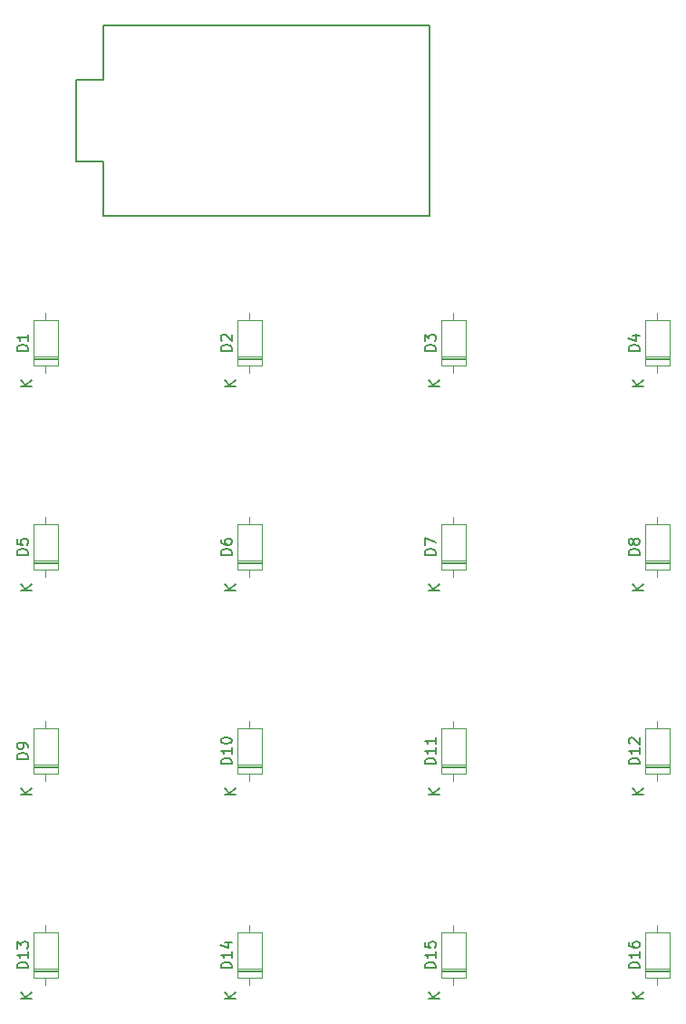
<source format=gto>
%TF.GenerationSoftware,KiCad,Pcbnew,(5.1.6)-1*%
%TF.CreationDate,2020-06-06T20:34:11-05:00*%
%TF.ProjectId,cerkit16,6365726b-6974-4313-962e-6b696361645f,rev?*%
%TF.SameCoordinates,Original*%
%TF.FileFunction,Legend,Top*%
%TF.FilePolarity,Positive*%
%FSLAX46Y46*%
G04 Gerber Fmt 4.6, Leading zero omitted, Abs format (unit mm)*
G04 Created by KiCad (PCBNEW (5.1.6)-1) date 2020-06-06 20:34:11*
%MOMM*%
%LPD*%
G01*
G04 APERTURE LIST*
%ADD10C,0.150000*%
%ADD11C,0.120000*%
%ADD12C,4.087800*%
%ADD13C,1.850000*%
%ADD14C,1.700000*%
%ADD15R,1.700000X1.700000*%
%ADD16O,1.700000X1.700000*%
G04 APERTURE END LIST*
D10*
%TO.C,U1*%
X64135000Y-28733750D02*
X94615000Y-28733750D01*
X64135000Y-28733750D02*
X64135000Y-23653750D01*
X64135000Y-23653750D02*
X61595000Y-23653750D01*
X61595000Y-23653750D02*
X61595000Y-16033750D01*
X61595000Y-16033750D02*
X64135000Y-16033750D01*
X64135000Y-16033750D02*
X64135000Y-10953750D01*
X64135000Y-10953750D02*
X94615000Y-10953750D01*
X94615000Y-10953750D02*
X94615000Y-28733750D01*
D11*
%TO.C,D16*%
X114767500Y-99910000D02*
X117007500Y-99910000D01*
X117007500Y-99910000D02*
X117007500Y-95670000D01*
X117007500Y-95670000D02*
X114767500Y-95670000D01*
X114767500Y-95670000D02*
X114767500Y-99910000D01*
X115887500Y-100560000D02*
X115887500Y-99910000D01*
X115887500Y-95020000D02*
X115887500Y-95670000D01*
X114767500Y-99190000D02*
X117007500Y-99190000D01*
X114767500Y-99070000D02*
X117007500Y-99070000D01*
X114767500Y-99310000D02*
X117007500Y-99310000D01*
%TO.C,D15*%
X95717500Y-99910000D02*
X97957500Y-99910000D01*
X97957500Y-99910000D02*
X97957500Y-95670000D01*
X97957500Y-95670000D02*
X95717500Y-95670000D01*
X95717500Y-95670000D02*
X95717500Y-99910000D01*
X96837500Y-100560000D02*
X96837500Y-99910000D01*
X96837500Y-95020000D02*
X96837500Y-95670000D01*
X95717500Y-99190000D02*
X97957500Y-99190000D01*
X95717500Y-99070000D02*
X97957500Y-99070000D01*
X95717500Y-99310000D02*
X97957500Y-99310000D01*
%TO.C,D14*%
X76667500Y-99910000D02*
X78907500Y-99910000D01*
X78907500Y-99910000D02*
X78907500Y-95670000D01*
X78907500Y-95670000D02*
X76667500Y-95670000D01*
X76667500Y-95670000D02*
X76667500Y-99910000D01*
X77787500Y-100560000D02*
X77787500Y-99910000D01*
X77787500Y-95020000D02*
X77787500Y-95670000D01*
X76667500Y-99190000D02*
X78907500Y-99190000D01*
X76667500Y-99070000D02*
X78907500Y-99070000D01*
X76667500Y-99310000D02*
X78907500Y-99310000D01*
%TO.C,D13*%
X57617500Y-99910000D02*
X59857500Y-99910000D01*
X59857500Y-99910000D02*
X59857500Y-95670000D01*
X59857500Y-95670000D02*
X57617500Y-95670000D01*
X57617500Y-95670000D02*
X57617500Y-99910000D01*
X58737500Y-100560000D02*
X58737500Y-99910000D01*
X58737500Y-95020000D02*
X58737500Y-95670000D01*
X57617500Y-99190000D02*
X59857500Y-99190000D01*
X57617500Y-99070000D02*
X59857500Y-99070000D01*
X57617500Y-99310000D02*
X59857500Y-99310000D01*
%TO.C,D12*%
X114767500Y-80860000D02*
X117007500Y-80860000D01*
X117007500Y-80860000D02*
X117007500Y-76620000D01*
X117007500Y-76620000D02*
X114767500Y-76620000D01*
X114767500Y-76620000D02*
X114767500Y-80860000D01*
X115887500Y-81510000D02*
X115887500Y-80860000D01*
X115887500Y-75970000D02*
X115887500Y-76620000D01*
X114767500Y-80140000D02*
X117007500Y-80140000D01*
X114767500Y-80020000D02*
X117007500Y-80020000D01*
X114767500Y-80260000D02*
X117007500Y-80260000D01*
%TO.C,D11*%
X95717500Y-80860000D02*
X97957500Y-80860000D01*
X97957500Y-80860000D02*
X97957500Y-76620000D01*
X97957500Y-76620000D02*
X95717500Y-76620000D01*
X95717500Y-76620000D02*
X95717500Y-80860000D01*
X96837500Y-81510000D02*
X96837500Y-80860000D01*
X96837500Y-75970000D02*
X96837500Y-76620000D01*
X95717500Y-80140000D02*
X97957500Y-80140000D01*
X95717500Y-80020000D02*
X97957500Y-80020000D01*
X95717500Y-80260000D02*
X97957500Y-80260000D01*
%TO.C,D10*%
X76667500Y-80860000D02*
X78907500Y-80860000D01*
X78907500Y-80860000D02*
X78907500Y-76620000D01*
X78907500Y-76620000D02*
X76667500Y-76620000D01*
X76667500Y-76620000D02*
X76667500Y-80860000D01*
X77787500Y-81510000D02*
X77787500Y-80860000D01*
X77787500Y-75970000D02*
X77787500Y-76620000D01*
X76667500Y-80140000D02*
X78907500Y-80140000D01*
X76667500Y-80020000D02*
X78907500Y-80020000D01*
X76667500Y-80260000D02*
X78907500Y-80260000D01*
%TO.C,D9*%
X57617500Y-80860000D02*
X59857500Y-80860000D01*
X59857500Y-80860000D02*
X59857500Y-76620000D01*
X59857500Y-76620000D02*
X57617500Y-76620000D01*
X57617500Y-76620000D02*
X57617500Y-80860000D01*
X58737500Y-81510000D02*
X58737500Y-80860000D01*
X58737500Y-75970000D02*
X58737500Y-76620000D01*
X57617500Y-80140000D02*
X59857500Y-80140000D01*
X57617500Y-80020000D02*
X59857500Y-80020000D01*
X57617500Y-80260000D02*
X59857500Y-80260000D01*
%TO.C,D8*%
X114767500Y-61810000D02*
X117007500Y-61810000D01*
X117007500Y-61810000D02*
X117007500Y-57570000D01*
X117007500Y-57570000D02*
X114767500Y-57570000D01*
X114767500Y-57570000D02*
X114767500Y-61810000D01*
X115887500Y-62460000D02*
X115887500Y-61810000D01*
X115887500Y-56920000D02*
X115887500Y-57570000D01*
X114767500Y-61090000D02*
X117007500Y-61090000D01*
X114767500Y-60970000D02*
X117007500Y-60970000D01*
X114767500Y-61210000D02*
X117007500Y-61210000D01*
%TO.C,D7*%
X95717500Y-61810000D02*
X97957500Y-61810000D01*
X97957500Y-61810000D02*
X97957500Y-57570000D01*
X97957500Y-57570000D02*
X95717500Y-57570000D01*
X95717500Y-57570000D02*
X95717500Y-61810000D01*
X96837500Y-62460000D02*
X96837500Y-61810000D01*
X96837500Y-56920000D02*
X96837500Y-57570000D01*
X95717500Y-61090000D02*
X97957500Y-61090000D01*
X95717500Y-60970000D02*
X97957500Y-60970000D01*
X95717500Y-61210000D02*
X97957500Y-61210000D01*
%TO.C,D6*%
X76667500Y-61810000D02*
X78907500Y-61810000D01*
X78907500Y-61810000D02*
X78907500Y-57570000D01*
X78907500Y-57570000D02*
X76667500Y-57570000D01*
X76667500Y-57570000D02*
X76667500Y-61810000D01*
X77787500Y-62460000D02*
X77787500Y-61810000D01*
X77787500Y-56920000D02*
X77787500Y-57570000D01*
X76667500Y-61090000D02*
X78907500Y-61090000D01*
X76667500Y-60970000D02*
X78907500Y-60970000D01*
X76667500Y-61210000D02*
X78907500Y-61210000D01*
%TO.C,D5*%
X57617500Y-61810000D02*
X59857500Y-61810000D01*
X59857500Y-61810000D02*
X59857500Y-57570000D01*
X59857500Y-57570000D02*
X57617500Y-57570000D01*
X57617500Y-57570000D02*
X57617500Y-61810000D01*
X58737500Y-62460000D02*
X58737500Y-61810000D01*
X58737500Y-56920000D02*
X58737500Y-57570000D01*
X57617500Y-61090000D02*
X59857500Y-61090000D01*
X57617500Y-60970000D02*
X59857500Y-60970000D01*
X57617500Y-61210000D02*
X59857500Y-61210000D01*
%TO.C,D4*%
X114767500Y-42760000D02*
X117007500Y-42760000D01*
X117007500Y-42760000D02*
X117007500Y-38520000D01*
X117007500Y-38520000D02*
X114767500Y-38520000D01*
X114767500Y-38520000D02*
X114767500Y-42760000D01*
X115887500Y-43410000D02*
X115887500Y-42760000D01*
X115887500Y-37870000D02*
X115887500Y-38520000D01*
X114767500Y-42040000D02*
X117007500Y-42040000D01*
X114767500Y-41920000D02*
X117007500Y-41920000D01*
X114767500Y-42160000D02*
X117007500Y-42160000D01*
%TO.C,D3*%
X95717500Y-42760000D02*
X97957500Y-42760000D01*
X97957500Y-42760000D02*
X97957500Y-38520000D01*
X97957500Y-38520000D02*
X95717500Y-38520000D01*
X95717500Y-38520000D02*
X95717500Y-42760000D01*
X96837500Y-43410000D02*
X96837500Y-42760000D01*
X96837500Y-37870000D02*
X96837500Y-38520000D01*
X95717500Y-42040000D02*
X97957500Y-42040000D01*
X95717500Y-41920000D02*
X97957500Y-41920000D01*
X95717500Y-42160000D02*
X97957500Y-42160000D01*
%TO.C,D2*%
X76667500Y-42760000D02*
X78907500Y-42760000D01*
X78907500Y-42760000D02*
X78907500Y-38520000D01*
X78907500Y-38520000D02*
X76667500Y-38520000D01*
X76667500Y-38520000D02*
X76667500Y-42760000D01*
X77787500Y-43410000D02*
X77787500Y-42760000D01*
X77787500Y-37870000D02*
X77787500Y-38520000D01*
X76667500Y-42040000D02*
X78907500Y-42040000D01*
X76667500Y-41920000D02*
X78907500Y-41920000D01*
X76667500Y-42160000D02*
X78907500Y-42160000D01*
%TO.C,D1*%
X57617500Y-42760000D02*
X59857500Y-42760000D01*
X59857500Y-42760000D02*
X59857500Y-38520000D01*
X59857500Y-38520000D02*
X57617500Y-38520000D01*
X57617500Y-38520000D02*
X57617500Y-42760000D01*
X58737500Y-43410000D02*
X58737500Y-42760000D01*
X58737500Y-37870000D02*
X58737500Y-38520000D01*
X57617500Y-42040000D02*
X59857500Y-42040000D01*
X57617500Y-41920000D02*
X59857500Y-41920000D01*
X57617500Y-42160000D02*
X59857500Y-42160000D01*
%TO.C,D16*%
D10*
X114219880Y-99004285D02*
X113219880Y-99004285D01*
X113219880Y-98766190D01*
X113267500Y-98623333D01*
X113362738Y-98528095D01*
X113457976Y-98480476D01*
X113648452Y-98432857D01*
X113791309Y-98432857D01*
X113981785Y-98480476D01*
X114077023Y-98528095D01*
X114172261Y-98623333D01*
X114219880Y-98766190D01*
X114219880Y-99004285D01*
X114219880Y-97480476D02*
X114219880Y-98051904D01*
X114219880Y-97766190D02*
X113219880Y-97766190D01*
X113362738Y-97861428D01*
X113457976Y-97956666D01*
X113505595Y-98051904D01*
X113219880Y-96623333D02*
X113219880Y-96813809D01*
X113267500Y-96909047D01*
X113315119Y-96956666D01*
X113457976Y-97051904D01*
X113648452Y-97099523D01*
X114029404Y-97099523D01*
X114124642Y-97051904D01*
X114172261Y-97004285D01*
X114219880Y-96909047D01*
X114219880Y-96718571D01*
X114172261Y-96623333D01*
X114124642Y-96575714D01*
X114029404Y-96528095D01*
X113791309Y-96528095D01*
X113696071Y-96575714D01*
X113648452Y-96623333D01*
X113600833Y-96718571D01*
X113600833Y-96909047D01*
X113648452Y-97004285D01*
X113696071Y-97051904D01*
X113791309Y-97099523D01*
X114539880Y-101861904D02*
X113539880Y-101861904D01*
X114539880Y-101290476D02*
X113968452Y-101719047D01*
X113539880Y-101290476D02*
X114111309Y-101861904D01*
%TO.C,D15*%
X95169880Y-99004285D02*
X94169880Y-99004285D01*
X94169880Y-98766190D01*
X94217500Y-98623333D01*
X94312738Y-98528095D01*
X94407976Y-98480476D01*
X94598452Y-98432857D01*
X94741309Y-98432857D01*
X94931785Y-98480476D01*
X95027023Y-98528095D01*
X95122261Y-98623333D01*
X95169880Y-98766190D01*
X95169880Y-99004285D01*
X95169880Y-97480476D02*
X95169880Y-98051904D01*
X95169880Y-97766190D02*
X94169880Y-97766190D01*
X94312738Y-97861428D01*
X94407976Y-97956666D01*
X94455595Y-98051904D01*
X94169880Y-96575714D02*
X94169880Y-97051904D01*
X94646071Y-97099523D01*
X94598452Y-97051904D01*
X94550833Y-96956666D01*
X94550833Y-96718571D01*
X94598452Y-96623333D01*
X94646071Y-96575714D01*
X94741309Y-96528095D01*
X94979404Y-96528095D01*
X95074642Y-96575714D01*
X95122261Y-96623333D01*
X95169880Y-96718571D01*
X95169880Y-96956666D01*
X95122261Y-97051904D01*
X95074642Y-97099523D01*
X95489880Y-101861904D02*
X94489880Y-101861904D01*
X95489880Y-101290476D02*
X94918452Y-101719047D01*
X94489880Y-101290476D02*
X95061309Y-101861904D01*
%TO.C,D14*%
X76119880Y-99004285D02*
X75119880Y-99004285D01*
X75119880Y-98766190D01*
X75167500Y-98623333D01*
X75262738Y-98528095D01*
X75357976Y-98480476D01*
X75548452Y-98432857D01*
X75691309Y-98432857D01*
X75881785Y-98480476D01*
X75977023Y-98528095D01*
X76072261Y-98623333D01*
X76119880Y-98766190D01*
X76119880Y-99004285D01*
X76119880Y-97480476D02*
X76119880Y-98051904D01*
X76119880Y-97766190D02*
X75119880Y-97766190D01*
X75262738Y-97861428D01*
X75357976Y-97956666D01*
X75405595Y-98051904D01*
X75453214Y-96623333D02*
X76119880Y-96623333D01*
X75072261Y-96861428D02*
X75786547Y-97099523D01*
X75786547Y-96480476D01*
X76439880Y-101861904D02*
X75439880Y-101861904D01*
X76439880Y-101290476D02*
X75868452Y-101719047D01*
X75439880Y-101290476D02*
X76011309Y-101861904D01*
%TO.C,D13*%
X57069880Y-99004285D02*
X56069880Y-99004285D01*
X56069880Y-98766190D01*
X56117500Y-98623333D01*
X56212738Y-98528095D01*
X56307976Y-98480476D01*
X56498452Y-98432857D01*
X56641309Y-98432857D01*
X56831785Y-98480476D01*
X56927023Y-98528095D01*
X57022261Y-98623333D01*
X57069880Y-98766190D01*
X57069880Y-99004285D01*
X57069880Y-97480476D02*
X57069880Y-98051904D01*
X57069880Y-97766190D02*
X56069880Y-97766190D01*
X56212738Y-97861428D01*
X56307976Y-97956666D01*
X56355595Y-98051904D01*
X56069880Y-97147142D02*
X56069880Y-96528095D01*
X56450833Y-96861428D01*
X56450833Y-96718571D01*
X56498452Y-96623333D01*
X56546071Y-96575714D01*
X56641309Y-96528095D01*
X56879404Y-96528095D01*
X56974642Y-96575714D01*
X57022261Y-96623333D01*
X57069880Y-96718571D01*
X57069880Y-97004285D01*
X57022261Y-97099523D01*
X56974642Y-97147142D01*
X57389880Y-101861904D02*
X56389880Y-101861904D01*
X57389880Y-101290476D02*
X56818452Y-101719047D01*
X56389880Y-101290476D02*
X56961309Y-101861904D01*
%TO.C,D12*%
X114219880Y-79954285D02*
X113219880Y-79954285D01*
X113219880Y-79716190D01*
X113267500Y-79573333D01*
X113362738Y-79478095D01*
X113457976Y-79430476D01*
X113648452Y-79382857D01*
X113791309Y-79382857D01*
X113981785Y-79430476D01*
X114077023Y-79478095D01*
X114172261Y-79573333D01*
X114219880Y-79716190D01*
X114219880Y-79954285D01*
X114219880Y-78430476D02*
X114219880Y-79001904D01*
X114219880Y-78716190D02*
X113219880Y-78716190D01*
X113362738Y-78811428D01*
X113457976Y-78906666D01*
X113505595Y-79001904D01*
X113315119Y-78049523D02*
X113267500Y-78001904D01*
X113219880Y-77906666D01*
X113219880Y-77668571D01*
X113267500Y-77573333D01*
X113315119Y-77525714D01*
X113410357Y-77478095D01*
X113505595Y-77478095D01*
X113648452Y-77525714D01*
X114219880Y-78097142D01*
X114219880Y-77478095D01*
X114539880Y-82811904D02*
X113539880Y-82811904D01*
X114539880Y-82240476D02*
X113968452Y-82669047D01*
X113539880Y-82240476D02*
X114111309Y-82811904D01*
%TO.C,D11*%
X95169880Y-79954285D02*
X94169880Y-79954285D01*
X94169880Y-79716190D01*
X94217500Y-79573333D01*
X94312738Y-79478095D01*
X94407976Y-79430476D01*
X94598452Y-79382857D01*
X94741309Y-79382857D01*
X94931785Y-79430476D01*
X95027023Y-79478095D01*
X95122261Y-79573333D01*
X95169880Y-79716190D01*
X95169880Y-79954285D01*
X95169880Y-78430476D02*
X95169880Y-79001904D01*
X95169880Y-78716190D02*
X94169880Y-78716190D01*
X94312738Y-78811428D01*
X94407976Y-78906666D01*
X94455595Y-79001904D01*
X95169880Y-77478095D02*
X95169880Y-78049523D01*
X95169880Y-77763809D02*
X94169880Y-77763809D01*
X94312738Y-77859047D01*
X94407976Y-77954285D01*
X94455595Y-78049523D01*
X95489880Y-82811904D02*
X94489880Y-82811904D01*
X95489880Y-82240476D02*
X94918452Y-82669047D01*
X94489880Y-82240476D02*
X95061309Y-82811904D01*
%TO.C,D10*%
X76119880Y-79954285D02*
X75119880Y-79954285D01*
X75119880Y-79716190D01*
X75167500Y-79573333D01*
X75262738Y-79478095D01*
X75357976Y-79430476D01*
X75548452Y-79382857D01*
X75691309Y-79382857D01*
X75881785Y-79430476D01*
X75977023Y-79478095D01*
X76072261Y-79573333D01*
X76119880Y-79716190D01*
X76119880Y-79954285D01*
X76119880Y-78430476D02*
X76119880Y-79001904D01*
X76119880Y-78716190D02*
X75119880Y-78716190D01*
X75262738Y-78811428D01*
X75357976Y-78906666D01*
X75405595Y-79001904D01*
X75119880Y-77811428D02*
X75119880Y-77716190D01*
X75167500Y-77620952D01*
X75215119Y-77573333D01*
X75310357Y-77525714D01*
X75500833Y-77478095D01*
X75738928Y-77478095D01*
X75929404Y-77525714D01*
X76024642Y-77573333D01*
X76072261Y-77620952D01*
X76119880Y-77716190D01*
X76119880Y-77811428D01*
X76072261Y-77906666D01*
X76024642Y-77954285D01*
X75929404Y-78001904D01*
X75738928Y-78049523D01*
X75500833Y-78049523D01*
X75310357Y-78001904D01*
X75215119Y-77954285D01*
X75167500Y-77906666D01*
X75119880Y-77811428D01*
X76439880Y-82811904D02*
X75439880Y-82811904D01*
X76439880Y-82240476D02*
X75868452Y-82669047D01*
X75439880Y-82240476D02*
X76011309Y-82811904D01*
%TO.C,D9*%
X57069880Y-79478095D02*
X56069880Y-79478095D01*
X56069880Y-79240000D01*
X56117500Y-79097142D01*
X56212738Y-79001904D01*
X56307976Y-78954285D01*
X56498452Y-78906666D01*
X56641309Y-78906666D01*
X56831785Y-78954285D01*
X56927023Y-79001904D01*
X57022261Y-79097142D01*
X57069880Y-79240000D01*
X57069880Y-79478095D01*
X57069880Y-78430476D02*
X57069880Y-78240000D01*
X57022261Y-78144761D01*
X56974642Y-78097142D01*
X56831785Y-78001904D01*
X56641309Y-77954285D01*
X56260357Y-77954285D01*
X56165119Y-78001904D01*
X56117500Y-78049523D01*
X56069880Y-78144761D01*
X56069880Y-78335238D01*
X56117500Y-78430476D01*
X56165119Y-78478095D01*
X56260357Y-78525714D01*
X56498452Y-78525714D01*
X56593690Y-78478095D01*
X56641309Y-78430476D01*
X56688928Y-78335238D01*
X56688928Y-78144761D01*
X56641309Y-78049523D01*
X56593690Y-78001904D01*
X56498452Y-77954285D01*
X57389880Y-82811904D02*
X56389880Y-82811904D01*
X57389880Y-82240476D02*
X56818452Y-82669047D01*
X56389880Y-82240476D02*
X56961309Y-82811904D01*
%TO.C,D8*%
X114219880Y-60428095D02*
X113219880Y-60428095D01*
X113219880Y-60190000D01*
X113267500Y-60047142D01*
X113362738Y-59951904D01*
X113457976Y-59904285D01*
X113648452Y-59856666D01*
X113791309Y-59856666D01*
X113981785Y-59904285D01*
X114077023Y-59951904D01*
X114172261Y-60047142D01*
X114219880Y-60190000D01*
X114219880Y-60428095D01*
X113648452Y-59285238D02*
X113600833Y-59380476D01*
X113553214Y-59428095D01*
X113457976Y-59475714D01*
X113410357Y-59475714D01*
X113315119Y-59428095D01*
X113267500Y-59380476D01*
X113219880Y-59285238D01*
X113219880Y-59094761D01*
X113267500Y-58999523D01*
X113315119Y-58951904D01*
X113410357Y-58904285D01*
X113457976Y-58904285D01*
X113553214Y-58951904D01*
X113600833Y-58999523D01*
X113648452Y-59094761D01*
X113648452Y-59285238D01*
X113696071Y-59380476D01*
X113743690Y-59428095D01*
X113838928Y-59475714D01*
X114029404Y-59475714D01*
X114124642Y-59428095D01*
X114172261Y-59380476D01*
X114219880Y-59285238D01*
X114219880Y-59094761D01*
X114172261Y-58999523D01*
X114124642Y-58951904D01*
X114029404Y-58904285D01*
X113838928Y-58904285D01*
X113743690Y-58951904D01*
X113696071Y-58999523D01*
X113648452Y-59094761D01*
X114539880Y-63761904D02*
X113539880Y-63761904D01*
X114539880Y-63190476D02*
X113968452Y-63619047D01*
X113539880Y-63190476D02*
X114111309Y-63761904D01*
%TO.C,D7*%
X95169880Y-60428095D02*
X94169880Y-60428095D01*
X94169880Y-60190000D01*
X94217500Y-60047142D01*
X94312738Y-59951904D01*
X94407976Y-59904285D01*
X94598452Y-59856666D01*
X94741309Y-59856666D01*
X94931785Y-59904285D01*
X95027023Y-59951904D01*
X95122261Y-60047142D01*
X95169880Y-60190000D01*
X95169880Y-60428095D01*
X94169880Y-59523333D02*
X94169880Y-58856666D01*
X95169880Y-59285238D01*
X95489880Y-63761904D02*
X94489880Y-63761904D01*
X95489880Y-63190476D02*
X94918452Y-63619047D01*
X94489880Y-63190476D02*
X95061309Y-63761904D01*
%TO.C,D6*%
X76119880Y-60428095D02*
X75119880Y-60428095D01*
X75119880Y-60190000D01*
X75167500Y-60047142D01*
X75262738Y-59951904D01*
X75357976Y-59904285D01*
X75548452Y-59856666D01*
X75691309Y-59856666D01*
X75881785Y-59904285D01*
X75977023Y-59951904D01*
X76072261Y-60047142D01*
X76119880Y-60190000D01*
X76119880Y-60428095D01*
X75119880Y-58999523D02*
X75119880Y-59190000D01*
X75167500Y-59285238D01*
X75215119Y-59332857D01*
X75357976Y-59428095D01*
X75548452Y-59475714D01*
X75929404Y-59475714D01*
X76024642Y-59428095D01*
X76072261Y-59380476D01*
X76119880Y-59285238D01*
X76119880Y-59094761D01*
X76072261Y-58999523D01*
X76024642Y-58951904D01*
X75929404Y-58904285D01*
X75691309Y-58904285D01*
X75596071Y-58951904D01*
X75548452Y-58999523D01*
X75500833Y-59094761D01*
X75500833Y-59285238D01*
X75548452Y-59380476D01*
X75596071Y-59428095D01*
X75691309Y-59475714D01*
X76439880Y-63761904D02*
X75439880Y-63761904D01*
X76439880Y-63190476D02*
X75868452Y-63619047D01*
X75439880Y-63190476D02*
X76011309Y-63761904D01*
%TO.C,D5*%
X57069880Y-60428095D02*
X56069880Y-60428095D01*
X56069880Y-60190000D01*
X56117500Y-60047142D01*
X56212738Y-59951904D01*
X56307976Y-59904285D01*
X56498452Y-59856666D01*
X56641309Y-59856666D01*
X56831785Y-59904285D01*
X56927023Y-59951904D01*
X57022261Y-60047142D01*
X57069880Y-60190000D01*
X57069880Y-60428095D01*
X56069880Y-58951904D02*
X56069880Y-59428095D01*
X56546071Y-59475714D01*
X56498452Y-59428095D01*
X56450833Y-59332857D01*
X56450833Y-59094761D01*
X56498452Y-58999523D01*
X56546071Y-58951904D01*
X56641309Y-58904285D01*
X56879404Y-58904285D01*
X56974642Y-58951904D01*
X57022261Y-58999523D01*
X57069880Y-59094761D01*
X57069880Y-59332857D01*
X57022261Y-59428095D01*
X56974642Y-59475714D01*
X57389880Y-63761904D02*
X56389880Y-63761904D01*
X57389880Y-63190476D02*
X56818452Y-63619047D01*
X56389880Y-63190476D02*
X56961309Y-63761904D01*
%TO.C,D4*%
X114219880Y-41378095D02*
X113219880Y-41378095D01*
X113219880Y-41140000D01*
X113267500Y-40997142D01*
X113362738Y-40901904D01*
X113457976Y-40854285D01*
X113648452Y-40806666D01*
X113791309Y-40806666D01*
X113981785Y-40854285D01*
X114077023Y-40901904D01*
X114172261Y-40997142D01*
X114219880Y-41140000D01*
X114219880Y-41378095D01*
X113553214Y-39949523D02*
X114219880Y-39949523D01*
X113172261Y-40187619D02*
X113886547Y-40425714D01*
X113886547Y-39806666D01*
X114539880Y-44711904D02*
X113539880Y-44711904D01*
X114539880Y-44140476D02*
X113968452Y-44569047D01*
X113539880Y-44140476D02*
X114111309Y-44711904D01*
%TO.C,D3*%
X95169880Y-41378095D02*
X94169880Y-41378095D01*
X94169880Y-41140000D01*
X94217500Y-40997142D01*
X94312738Y-40901904D01*
X94407976Y-40854285D01*
X94598452Y-40806666D01*
X94741309Y-40806666D01*
X94931785Y-40854285D01*
X95027023Y-40901904D01*
X95122261Y-40997142D01*
X95169880Y-41140000D01*
X95169880Y-41378095D01*
X94169880Y-40473333D02*
X94169880Y-39854285D01*
X94550833Y-40187619D01*
X94550833Y-40044761D01*
X94598452Y-39949523D01*
X94646071Y-39901904D01*
X94741309Y-39854285D01*
X94979404Y-39854285D01*
X95074642Y-39901904D01*
X95122261Y-39949523D01*
X95169880Y-40044761D01*
X95169880Y-40330476D01*
X95122261Y-40425714D01*
X95074642Y-40473333D01*
X95489880Y-44711904D02*
X94489880Y-44711904D01*
X95489880Y-44140476D02*
X94918452Y-44569047D01*
X94489880Y-44140476D02*
X95061309Y-44711904D01*
%TO.C,D2*%
X76119880Y-41378095D02*
X75119880Y-41378095D01*
X75119880Y-41140000D01*
X75167500Y-40997142D01*
X75262738Y-40901904D01*
X75357976Y-40854285D01*
X75548452Y-40806666D01*
X75691309Y-40806666D01*
X75881785Y-40854285D01*
X75977023Y-40901904D01*
X76072261Y-40997142D01*
X76119880Y-41140000D01*
X76119880Y-41378095D01*
X75215119Y-40425714D02*
X75167500Y-40378095D01*
X75119880Y-40282857D01*
X75119880Y-40044761D01*
X75167500Y-39949523D01*
X75215119Y-39901904D01*
X75310357Y-39854285D01*
X75405595Y-39854285D01*
X75548452Y-39901904D01*
X76119880Y-40473333D01*
X76119880Y-39854285D01*
X76439880Y-44711904D02*
X75439880Y-44711904D01*
X76439880Y-44140476D02*
X75868452Y-44569047D01*
X75439880Y-44140476D02*
X76011309Y-44711904D01*
%TO.C,D1*%
X57069880Y-41378095D02*
X56069880Y-41378095D01*
X56069880Y-41140000D01*
X56117500Y-40997142D01*
X56212738Y-40901904D01*
X56307976Y-40854285D01*
X56498452Y-40806666D01*
X56641309Y-40806666D01*
X56831785Y-40854285D01*
X56927023Y-40901904D01*
X57022261Y-40997142D01*
X57069880Y-41140000D01*
X57069880Y-41378095D01*
X57069880Y-39854285D02*
X57069880Y-40425714D01*
X57069880Y-40140000D02*
X56069880Y-40140000D01*
X56212738Y-40235238D01*
X56307976Y-40330476D01*
X56355595Y-40425714D01*
X57389880Y-44711904D02*
X56389880Y-44711904D01*
X57389880Y-44140476D02*
X56818452Y-44569047D01*
X56389880Y-44140476D02*
X56961309Y-44711904D01*
%TD*%
%LPC*%
D12*
%TO.C,MX11*%
X87312500Y-79375000D03*
D13*
X82232500Y-79375000D03*
X92392500Y-79375000D03*
%TD*%
D14*
%TO.C,U1*%
X65405000Y-12223750D03*
X67945000Y-12223750D03*
X70485000Y-12223750D03*
X73025000Y-12223750D03*
X75565000Y-12223750D03*
X78105000Y-12223750D03*
X80645000Y-12223750D03*
X83185000Y-12223750D03*
X85725000Y-12223750D03*
X88265000Y-12223750D03*
X90805000Y-12223750D03*
X93345000Y-12223750D03*
X93345000Y-27463750D03*
X90805000Y-27463750D03*
X88265000Y-27463750D03*
X85725000Y-27463750D03*
X83185000Y-27463750D03*
X80645000Y-27463750D03*
X78105000Y-27463750D03*
X75565000Y-27463750D03*
X73025000Y-27463750D03*
X70485000Y-27463750D03*
X67945000Y-27463750D03*
D15*
X65405000Y-27463750D03*
%TD*%
D12*
%TO.C,MX16*%
X106362500Y-98425000D03*
D13*
X101282500Y-98425000D03*
X111442500Y-98425000D03*
%TD*%
D12*
%TO.C,MX15*%
X87312500Y-98425000D03*
D13*
X82232500Y-98425000D03*
X92392500Y-98425000D03*
%TD*%
D12*
%TO.C,MX14*%
X68262500Y-98425000D03*
D13*
X63182500Y-98425000D03*
X73342500Y-98425000D03*
%TD*%
D12*
%TO.C,MX13*%
X49212500Y-98425000D03*
D13*
X44132500Y-98425000D03*
X54292500Y-98425000D03*
%TD*%
D12*
%TO.C,MX12*%
X106362500Y-79375000D03*
D13*
X101282500Y-79375000D03*
X111442500Y-79375000D03*
%TD*%
D12*
%TO.C,MX10*%
X68262500Y-79375000D03*
D13*
X63182500Y-79375000D03*
X73342500Y-79375000D03*
%TD*%
D12*
%TO.C,MX9*%
X49212500Y-79375000D03*
D13*
X44132500Y-79375000D03*
X54292500Y-79375000D03*
%TD*%
D12*
%TO.C,MX8*%
X106362500Y-60325000D03*
D13*
X101282500Y-60325000D03*
X111442500Y-60325000D03*
%TD*%
D12*
%TO.C,MX7*%
X87312500Y-60325000D03*
D13*
X82232500Y-60325000D03*
X92392500Y-60325000D03*
%TD*%
D12*
%TO.C,MX6*%
X68262500Y-60325000D03*
D13*
X63182500Y-60325000D03*
X73342500Y-60325000D03*
%TD*%
D12*
%TO.C,MX5*%
X49212500Y-60325000D03*
D13*
X44132500Y-60325000D03*
X54292500Y-60325000D03*
%TD*%
D12*
%TO.C,MX4*%
X106362500Y-41275000D03*
D13*
X101282500Y-41275000D03*
X111442500Y-41275000D03*
%TD*%
D12*
%TO.C,MX3*%
X87312500Y-41275000D03*
D13*
X82232500Y-41275000D03*
X92392500Y-41275000D03*
%TD*%
D12*
%TO.C,MX2*%
X68262500Y-41275000D03*
D13*
X63182500Y-41275000D03*
X73342500Y-41275000D03*
%TD*%
D12*
%TO.C,MX1*%
X49212500Y-41275000D03*
D13*
X44132500Y-41275000D03*
X54292500Y-41275000D03*
%TD*%
D16*
%TO.C,D16*%
X115887500Y-93980000D03*
D15*
X115887500Y-101600000D03*
%TD*%
D16*
%TO.C,D15*%
X96837500Y-93980000D03*
D15*
X96837500Y-101600000D03*
%TD*%
D16*
%TO.C,D14*%
X77787500Y-93980000D03*
D15*
X77787500Y-101600000D03*
%TD*%
D16*
%TO.C,D13*%
X58737500Y-93980000D03*
D15*
X58737500Y-101600000D03*
%TD*%
D16*
%TO.C,D12*%
X115887500Y-74930000D03*
D15*
X115887500Y-82550000D03*
%TD*%
D16*
%TO.C,D11*%
X96837500Y-74930000D03*
D15*
X96837500Y-82550000D03*
%TD*%
D16*
%TO.C,D10*%
X77787500Y-74930000D03*
D15*
X77787500Y-82550000D03*
%TD*%
D16*
%TO.C,D9*%
X58737500Y-74930000D03*
D15*
X58737500Y-82550000D03*
%TD*%
D16*
%TO.C,D8*%
X115887500Y-55880000D03*
D15*
X115887500Y-63500000D03*
%TD*%
D16*
%TO.C,D7*%
X96837500Y-55880000D03*
D15*
X96837500Y-63500000D03*
%TD*%
D16*
%TO.C,D6*%
X77787500Y-55880000D03*
D15*
X77787500Y-63500000D03*
%TD*%
D16*
%TO.C,D5*%
X58737500Y-55880000D03*
D15*
X58737500Y-63500000D03*
%TD*%
D16*
%TO.C,D4*%
X115887500Y-36830000D03*
D15*
X115887500Y-44450000D03*
%TD*%
D16*
%TO.C,D3*%
X96837500Y-36830000D03*
D15*
X96837500Y-44450000D03*
%TD*%
D16*
%TO.C,D2*%
X77787500Y-36830000D03*
D15*
X77787500Y-44450000D03*
%TD*%
D16*
%TO.C,D1*%
X58737500Y-36830000D03*
D15*
X58737500Y-44450000D03*
%TD*%
M02*

</source>
